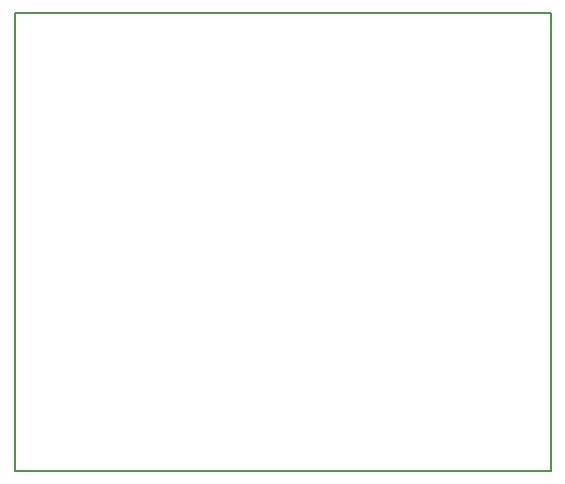
<source format=gm1>
G04 MADE WITH FRITZING*
G04 WWW.FRITZING.ORG*
G04 DOUBLE SIDED*
G04 HOLES PLATED*
G04 CONTOUR ON CENTER OF CONTOUR VECTOR*
%ASAXBY*%
%FSLAX23Y23*%
%MOIN*%
%OFA0B0*%
%SFA1.0B1.0*%
%ADD10R,1.794540X1.537350*%
%ADD11C,0.008000*%
%ADD10C,0.008*%
%LNCONTOUR*%
G90*
G70*
G54D10*
G54D11*
X4Y1533D02*
X1791Y1533D01*
X1791Y4D01*
X4Y4D01*
X4Y1533D01*
D02*
G04 End of contour*
M02*
</source>
